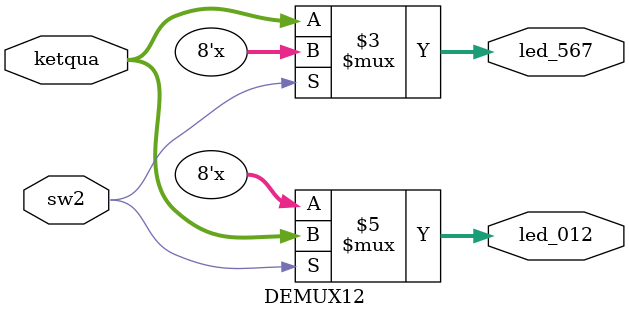
<source format=v>
`timescale 1ns / 1ps
module DEMUX12(
input wire [7:0]ketqua,
input wire sw2,
output reg [7:0]led_567,
output reg [7:0]led_012
    );
always@(*)
begin
case(sw2)
0 : led_567 = ketqua;
1 : led_012 = ketqua;
endcase
end
endmodule

</source>
